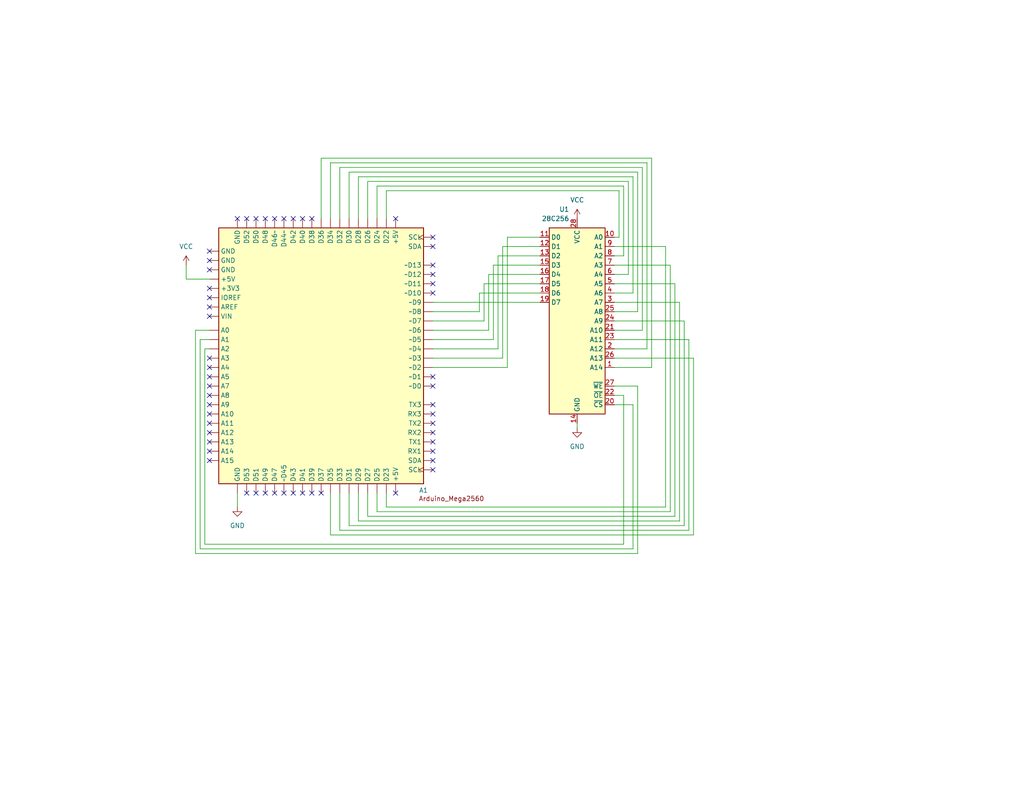
<source format=kicad_sch>
(kicad_sch (version 20250114) (generator "eeschema") (generator_version "9.0")
  (paper "USLetter")
  (title_block (title "TommyPROM 28C Mega2560") (date "2025-11-24") (rev "1.0"))
  (lib_symbols
    (symbol "Arduino_MCU:Arduino_Mega2560"
      (property "Reference" "A" (at 27.178 -50.038 0))
      (symbol "Arduino_Mega2560_0_1"
        (rectangle (start -27.94 21.59) (end 27.94 -48.26) (stroke (width 0.254)) (fill (type background)))
      )
      (symbol "Arduino_Mega2560_1_1"
        (text "Arduino_Mega2560" (at 35.56 -52.324 0) (effects (font (size 1.27 1.27))))
        (pin power_out line (at -30.48 15.24 0) (length 2.54) (name "GND") (number ""))
        (pin power_out line (at -30.48 12.7 0) (length 2.54) (name "GND") (number ""))
        (pin power_out line (at -30.48 10.16 0) (length 2.54) (name "GND") (number ""))
        (pin power_out line (at -30.48 7.62 0) (length 2.54) (name "+5V") (number ""))
        (pin power_out line (at -30.48 5.08 0) (length 2.54) (name "+3V3") (number ""))
        (pin output line (at -30.48 2.54 0) (length 2.54) (name "IOREF") (number ""))
        (pin power_in line (at -30.48 0 0) (length 2.54) (name "AREF") (number ""))
        (pin power_out line (at -30.48 -2.54 0) (length 2.54) (name "VIN") (number ""))
        (pin input line (at -30.48 -6.35 0) (length 2.54) (name "A0") (number ""))
        (pin input line (at -30.48 -8.89 0) (length 2.54) (name "A1") (number ""))
        (pin input line (at -30.48 -11.43 0) (length 2.54) (name "A2") (number ""))
        (pin input line (at -30.48 -13.97 0) (length 2.54) (name "A3") (number ""))
        (pin input line (at -30.48 -16.51 0) (length 2.54) (name "A4") (number ""))
        (pin input line (at -30.48 -19.05 0) (length 2.54) (name "A5") (number ""))
        (pin input line (at -30.48 -21.59 0) (length 2.54) (name "A7") (number ""))
        (pin input line (at -30.48 -24.13 0) (length 2.54) (name "A8") (number ""))
        (pin input line (at -30.48 -26.67 0) (length 2.54) (name "A9") (number ""))
        (pin input line (at -30.48 -29.21 0) (length 2.54) (name "A10") (number ""))
        (pin input line (at -30.48 -31.75 0) (length 2.54) (name "A11") (number ""))
        (pin input line (at -30.48 -34.29 0) (length 2.54) (name "A12") (number ""))
        (pin input line (at -30.48 -36.83 0) (length 2.54) (name "A13") (number ""))
        (pin input line (at -30.48 -39.37 0) (length 2.54) (name "A14") (number ""))
        (pin input line (at -30.48 -41.91 0) (length 2.54) (name "A15") (number ""))
        (pin power_out line (at -22.86 24.13 270) (length 2.54) (name "GND") (number ""))
        (pin power_out line (at -22.86 -50.8 90) (length 2.54) (name "GND") (number ""))
        (pin bidirectional line (at -20.32 24.13 270) (length 2.54) (name "D52") (number ""))
        (pin bidirectional line (at -20.32 -50.8 90) (length 2.54) (name "D53") (number ""))
        (pin bidirectional line (at -17.78 24.13 270) (length 2.54) (name "D50") (number ""))
        (pin bidirectional line (at -17.78 -50.8 90) (length 2.54) (name "D51") (number ""))
        (pin bidirectional line (at -15.24 24.13 270) (length 2.54) (name "D48") (number ""))
        (pin bidirectional line (at -15.24 -50.8 90) (length 2.54) (name "D49") (number ""))
        (pin bidirectional line (at -12.7 24.13 270) (length 2.54) (name "D46~") (number ""))
        (pin bidirectional line (at -12.7 -50.8 90) (length 2.54) (name "D47") (number ""))
        (pin bidirectional line (at -10.16 24.13 270) (length 2.54) (name "D44~") (number ""))
        (pin bidirectional line (at -10.16 -50.8 90) (length 2.54) (name "~D45") (number ""))
        (pin bidirectional line (at -7.62 24.13 270) (length 2.54) (name "D42") (number ""))
        (pin bidirectional line (at -7.62 -50.8 90) (length 2.54) (name "D43") (number ""))
        (pin bidirectional line (at -5.08 24.13 270) (length 2.54) (name "D40") (number ""))
        (pin bidirectional line (at -5.08 -50.8 90) (length 2.54) (name "D41") (number ""))
        (pin bidirectional line (at -2.54 24.13 270) (length 2.54) (name "D38") (number ""))
        (pin bidirectional line (at -2.54 -50.8 90) (length 2.54) (name "D39") (number ""))
        (pin bidirectional line (at 0 24.13 270) (length 2.54) (name "D36") (number ""))
        (pin bidirectional line (at 0 -50.8 90) (length 2.54) (name "D37") (number ""))
        (pin bidirectional line (at 2.54 24.13 270) (length 2.54) (name "D34") (number ""))
        (pin bidirectional line (at 2.54 -50.8 90) (length 2.54) (name "D35") (number ""))
        (pin bidirectional line (at 5.08 24.13 270) (length 2.54) (name "D32") (number ""))
        (pin bidirectional line (at 5.08 -50.8 90) (length 2.54) (name "D33") (number ""))
        (pin bidirectional line (at 7.62 24.13 270) (length 2.54) (name "D30") (number ""))
        (pin bidirectional line (at 7.62 -50.8 90) (length 2.54) (name "D31") (number ""))
        (pin bidirectional line (at 10.16 24.13 270) (length 2.54) (name "D28") (number ""))
        (pin bidirectional line (at 10.16 -50.8 90) (length 2.54) (name "D29") (number ""))
        (pin bidirectional line (at 12.7 24.13 270) (length 2.54) (name "D26") (number ""))
        (pin bidirectional line (at 12.7 -50.8 90) (length 2.54) (name "D27") (number ""))
        (pin bidirectional line (at 15.24 24.13 270) (length 2.54) (name "D24") (number ""))
        (pin bidirectional line (at 15.24 -50.8 90) (length 2.54) (name "D25") (number ""))
        (pin bidirectional line (at 17.78 24.13 270) (length 2.54) (name "D22") (number ""))
        (pin bidirectional line (at 17.78 -50.8 90) (length 2.54) (name "D23") (number ""))
        (pin power_out line (at 20.32 24.13 270) (length 2.54) (name "+5V") (number ""))
        (pin power_out line (at 20.32 -50.8 90) (length 2.54) (name "+5V") (number ""))
        (pin output clock (at 30.48 19.05 180) (length 2.54) (name "SCL") (number ""))
        (pin bidirectional line (at 30.48 16.51 180) (length 2.54) (name "SDA") (number ""))
        (pin bidirectional line (at 30.48 11.43 180) (length 2.54) (name "~D13") (number ""))
        (pin bidirectional line (at 30.48 8.89 180) (length 2.54) (name "~D12") (number ""))
        (pin bidirectional line (at 30.48 6.35 180) (length 2.54) (name "~D11") (number ""))
        (pin bidirectional line (at 30.48 3.81 180) (length 2.54) (name "~D10") (number ""))
        (pin bidirectional line (at 30.48 1.27 180) (length 2.54) (name "~D9") (number ""))
        (pin bidirectional line (at 30.48 -1.27 180) (length 2.54) (name "~D8") (number ""))
        (pin bidirectional line (at 30.48 -3.81 180) (length 2.54) (name "~D7") (number ""))
        (pin bidirectional line (at 30.48 -6.35 180) (length 2.54) (name "~D6") (number ""))
        (pin bidirectional line (at 30.48 -8.89 180) (length 2.54) (name "~D5") (number ""))
        (pin bidirectional line (at 30.48 -11.43 180) (length 2.54) (name "~D4") (number ""))
        (pin bidirectional line (at 30.48 -13.97 180) (length 2.54) (name "~D3") (number ""))
        (pin bidirectional line (at 30.48 -16.51 180) (length 2.54) (name "~D2") (number ""))
        (pin bidirectional line (at 30.48 -19.05 180) (length 2.54) (name "~D1") (number ""))
        (pin bidirectional line (at 30.48 -21.59 180) (length 2.54) (name "~D0") (number ""))
        (pin output line (at 30.48 -26.67 180) (length 2.54) (name "TX3") (number ""))
        (pin input line (at 30.48 -29.21 180) (length 2.54) (name "RX3") (number ""))
        (pin output line (at 30.48 -31.75 180) (length 2.54) (name "TX2") (number ""))
        (pin input line (at 30.48 -34.29 180) (length 2.54) (name "RX2") (number ""))
        (pin output line (at 30.48 -36.83 180) (length 2.54) (name "TX1") (number ""))
        (pin input line (at 30.48 -39.37 180) (length 2.54) (name "RX1") (number ""))
        (pin bidirectional line (at 30.48 -41.91 180) (length 2.54) (name "SDA") (number ""))
        (pin output clock (at 30.48 -44.45 180) (length 2.54) (name "SCL") (number ""))
      )
    )
    (symbol "Memory_EEPROM:28C256"
      (property "Reference" "U" (at -7.62 26.67 0))
      (property "Value" "28C256" (at 2.54 -26.67 0))
      (symbol "28C256_1_1"
        (rectangle (start -7.62 25.4) (end 7.62 -25.4) (stroke (width 0.254)) (fill (type background)))
        (pin input line (at -10.16 22.86 0) (length 2.54) (name "A0") (number "10"))
        (pin input line (at -10.16 20.32 0) (length 2.54) (name "A1") (number "9"))
        (pin input line (at -10.16 17.78 0) (length 2.54) (name "A2") (number "8"))
        (pin input line (at -10.16 15.24 0) (length 2.54) (name "A3") (number "7"))
        (pin input line (at -10.16 12.7 0) (length 2.54) (name "A4") (number "6"))
        (pin input line (at -10.16 10.16 0) (length 2.54) (name "A5") (number "5"))
        (pin input line (at -10.16 7.62 0) (length 2.54) (name "A6") (number "4"))
        (pin input line (at -10.16 5.08 0) (length 2.54) (name "A7") (number "3"))
        (pin input line (at -10.16 2.54 0) (length 2.54) (name "A8") (number "25"))
        (pin input line (at -10.16 0 0) (length 2.54) (name "A9") (number "24"))
        (pin input line (at -10.16 -2.54 0) (length 2.54) (name "A10") (number "21"))
        (pin input line (at -10.16 -5.08 0) (length 2.54) (name "A11") (number "23"))
        (pin input line (at -10.16 -7.62 0) (length 2.54) (name "A12") (number "2"))
        (pin input line (at -10.16 -10.16 0) (length 2.54) (name "A13") (number "26"))
        (pin input line (at -10.16 -12.7 0) (length 2.54) (name "A14") (number "1"))
        (pin input line (at -10.16 -17.78 0) (length 2.54) (name "~{WE}") (number "27"))
        (pin input line (at -10.16 -20.32 0) (length 2.54) (name "~{OE}") (number "22"))
        (pin input line (at -10.16 -22.86 0) (length 2.54) (name "~{CS}") (number "20"))
        (pin power_in line (at 0 27.94 270) (length 2.54) (name "VCC") (number "28"))
        (pin power_in line (at 0 -27.94 90) (length 2.54) (name "GND") (number "14"))
        (pin tri_state line (at 10.16 22.86 180) (length 2.54) (name "D0") (number "11"))
        (pin tri_state line (at 10.16 20.32 180) (length 2.54) (name "D1") (number "12"))
        (pin tri_state line (at 10.16 17.78 180) (length 2.54) (name "D2") (number "13"))
        (pin tri_state line (at 10.16 15.24 180) (length 2.54) (name "D3") (number "15"))
        (pin tri_state line (at 10.16 12.7 180) (length 2.54) (name "D4") (number "16"))
        (pin tri_state line (at 10.16 10.16 180) (length 2.54) (name "D5") (number "17"))
        (pin tri_state line (at 10.16 7.62 180) (length 2.54) (name "D6") (number "18"))
        (pin tri_state line (at 10.16 5.08 180) (length 2.54) (name "D7") (number "19"))
      )
    )
    (symbol "power:GND" (power) (pin_numbers (hide yes)) (pin_names (offset 0) (hide yes))
      (property "Value" "GND" (at 0 -3.81 0))
      (symbol "GND_0_1"
        (polyline (pts (xy 0 0) (xy 0 -1.27) (xy 1.27 -1.27) (xy 0 -2.54) (xy -1.27 -1.27) (xy 0 -1.27)))
      )
      (symbol "GND_1_1"
        (pin power_in line (at 0 0 270) (length 0) (name "~") (number "1"))
      )
    )
    (symbol "power:VCC" (power) (pin_numbers (hide yes)) (pin_names (offset 0) (hide yes))
      (property "Value" "VCC" (at 0 3.556 0))
      (symbol "VCC_0_1"
        (polyline (pts (xy -0.762 1.27) (xy 0 2.54)))
        (polyline (pts (xy 0 2.54) (xy 0.762 1.27)))
        (polyline (pts (xy 0 0) (xy 0 2.54)))
      )
      (symbol "VCC_1_1"
        (pin power_in line (at 0 0 90) (length 0) (name "~") (number "1"))
      )
    )
  )
  (no_connect (at 77.47 59.69))
  (no_connect (at 118.11 80.01))
  (no_connect (at 57.15 68.58))
  (no_connect (at 87.63 134.62))
  (no_connect (at 74.93 134.62))
  (no_connect (at 57.15 73.66))
  (no_connect (at 57.15 83.82))
  (no_connect (at 57.15 105.41))
  (no_connect (at 69.85 134.62))
  (no_connect (at 118.11 105.41))
  (no_connect (at 57.15 102.87))
  (no_connect (at 57.15 71.12))
  (no_connect (at 118.11 128.27))
  (no_connect (at 118.11 110.49))
  (no_connect (at 57.15 120.65))
  (no_connect (at 57.15 125.73))
  (no_connect (at 72.39 59.69))
  (no_connect (at 118.11 102.87))
  (no_connect (at 118.11 123.19))
  (no_connect (at 85.09 59.69))
  (no_connect (at 118.11 77.47))
  (no_connect (at 57.15 113.03))
  (no_connect (at 118.11 74.93))
  (no_connect (at 80.01 134.62))
  (no_connect (at 57.15 123.19))
  (no_connect (at 107.95 134.62))
  (no_connect (at 57.15 86.36))
  (no_connect (at 67.31 134.62))
  (no_connect (at 72.39 134.62))
  (no_connect (at 118.11 125.73))
  (no_connect (at 57.15 115.57))
  (no_connect (at 57.15 100.33))
  (no_connect (at 67.31 59.69))
  (no_connect (at 118.11 72.39))
  (no_connect (at 64.77 59.69))
  (no_connect (at 77.47 134.62))
  (no_connect (at 69.85 59.69))
  (no_connect (at 82.55 134.62))
  (no_connect (at 57.15 81.28))
  (no_connect (at 118.11 67.31))
  (no_connect (at 57.15 118.11))
  (no_connect (at 118.11 120.65))
  (no_connect (at 74.93 59.69))
  (no_connect (at 118.11 118.11))
  (no_connect (at 118.11 113.03))
  (no_connect (at 57.15 110.49))
  (no_connect (at 80.01 59.69))
  (no_connect (at 82.55 59.69))
  (no_connect (at 57.15 97.79))
  (no_connect (at 118.11 115.57))
  (no_connect (at 57.15 78.74))
  (no_connect (at 57.15 107.95))
  (no_connect (at 85.09 134.62))
  (no_connect (at 118.11 64.77))
  (no_connect (at 107.95 59.69))
  (wire (pts (xy 92.71 134.62) (xy 92.71 144.78)))
  (wire (pts (xy 118.11 95.25) (xy 135.89 95.25)))
  (wire (pts (xy 130.81 85.09) (xy 130.81 80.01)))
  (wire (pts (xy 95.25 143.51) (xy 186.69 143.51)))
  (wire (pts (xy 177.8 43.18) (xy 87.63 43.18)))
  (wire (pts (xy 138.43 64.77) (xy 147.32 64.77)))
  (wire (pts (xy 186.69 87.63) (xy 167.64 87.63)))
  (wire (pts (xy 182.88 139.7) (xy 102.87 139.7)))
  (wire (pts (xy 147.32 67.31) (xy 137.16 67.31)))
  (wire (pts (xy 100.33 59.69) (xy 100.33 49.53)))
  (wire (pts (xy 135.89 95.25) (xy 135.89 69.85)))
  (wire (pts (xy 118.11 85.09) (xy 130.81 85.09)))
  (wire (pts (xy 177.8 100.33) (xy 177.8 43.18)))
  (wire (pts (xy 137.16 67.31) (xy 137.16 97.79)))
  (wire (pts (xy 92.71 59.69) (xy 92.71 45.72)))
  (wire (pts (xy 50.8 76.2) (xy 50.8 72.39)))
  (wire (pts (xy 189.23 146.05) (xy 189.23 97.79)))
  (wire (pts (xy 118.11 87.63) (xy 132.08 87.63)))
  (wire (pts (xy 102.87 50.8) (xy 170.18 50.8)))
  (wire (pts (xy 172.72 110.49) (xy 167.64 110.49)))
  (wire (pts (xy 92.71 45.72) (xy 175.26 45.72)))
  (wire (pts (xy 135.89 69.85) (xy 147.32 69.85)))
  (wire (pts (xy 176.53 44.45) (xy 176.53 95.25)))
  (wire (pts (xy 95.25 59.69) (xy 95.25 46.99)))
  (wire (pts (xy 170.18 148.59) (xy 170.18 107.95)))
  (wire (pts (xy 134.62 72.39) (xy 147.32 72.39)))
  (wire (pts (xy 95.25 134.62) (xy 95.25 143.51)))
  (wire (pts (xy 97.79 48.26) (xy 172.72 48.26)))
  (wire (pts (xy 55.88 148.59) (xy 170.18 148.59)))
  (wire (pts (xy 170.18 107.95) (xy 167.64 107.95)))
  (wire (pts (xy 102.87 59.69) (xy 102.87 50.8)))
  (wire (pts (xy 185.42 142.24) (xy 97.79 142.24)))
  (wire (pts (xy 157.48 115.57) (xy 157.48 116.84)))
  (wire (pts (xy 100.33 134.62) (xy 100.33 140.97)))
  (wire (pts (xy 182.88 72.39) (xy 182.88 139.7)))
  (wire (pts (xy 130.81 80.01) (xy 147.32 80.01)))
  (wire (pts (xy 90.17 146.05) (xy 189.23 146.05)))
  (wire (pts (xy 57.15 90.17) (xy 53.34 90.17)))
  (wire (pts (xy 187.96 92.71) (xy 167.64 92.71)))
  (wire (pts (xy 97.79 59.69) (xy 97.79 48.26)))
  (wire (pts (xy 173.99 105.41) (xy 167.64 105.41)))
  (wire (pts (xy 87.63 43.18) (xy 87.63 59.69)))
  (wire (pts (xy 53.34 90.17) (xy 53.34 151.13)))
  (wire (pts (xy 57.15 76.2) (xy 50.8 76.2)))
  (wire (pts (xy 105.41 134.62) (xy 105.41 138.43)))
  (wire (pts (xy 171.45 49.53) (xy 171.45 74.93)))
  (wire (pts (xy 187.96 144.78) (xy 187.96 92.71)))
  (wire (pts (xy 167.64 74.93) (xy 171.45 74.93)))
  (wire (pts (xy 167.64 100.33) (xy 177.8 100.33)))
  (wire (pts (xy 181.61 67.31) (xy 167.64 67.31)))
  (wire (pts (xy 184.15 77.47) (xy 167.64 77.47)))
  (wire (pts (xy 168.91 52.07) (xy 168.91 64.77)))
  (wire (pts (xy 54.61 149.86) (xy 172.72 149.86)))
  (wire (pts (xy 55.88 95.25) (xy 55.88 148.59)))
  (wire (pts (xy 90.17 134.62) (xy 90.17 146.05)))
  (wire (pts (xy 118.11 92.71) (xy 134.62 92.71)))
  (wire (pts (xy 105.41 52.07) (xy 168.91 52.07)))
  (wire (pts (xy 186.69 143.51) (xy 186.69 87.63)))
  (wire (pts (xy 118.11 90.17) (xy 133.35 90.17)))
  (wire (pts (xy 172.72 80.01) (xy 167.64 80.01)))
  (wire (pts (xy 184.15 140.97) (xy 184.15 77.47)))
  (wire (pts (xy 90.17 59.69) (xy 90.17 44.45)))
  (wire (pts (xy 189.23 97.79) (xy 167.64 97.79)))
  (wire (pts (xy 100.33 140.97) (xy 184.15 140.97)))
  (wire (pts (xy 102.87 139.7) (xy 102.87 134.62)))
  (wire (pts (xy 92.71 144.78) (xy 187.96 144.78)))
  (wire (pts (xy 95.25 46.99) (xy 173.99 46.99)))
  (wire (pts (xy 167.64 72.39) (xy 182.88 72.39)))
  (wire (pts (xy 170.18 69.85) (xy 167.64 69.85)))
  (wire (pts (xy 137.16 97.79) (xy 118.11 97.79)))
  (wire (pts (xy 105.41 59.69) (xy 105.41 52.07)))
  (wire (pts (xy 57.15 95.25) (xy 55.88 95.25)))
  (wire (pts (xy 167.64 64.77) (xy 168.91 64.77)))
  (wire (pts (xy 132.08 87.63) (xy 132.08 77.47)))
  (wire (pts (xy 173.99 46.99) (xy 173.99 85.09)))
  (wire (pts (xy 175.26 45.72) (xy 175.26 90.17)))
  (wire (pts (xy 185.42 82.55) (xy 185.42 142.24)))
  (wire (pts (xy 53.34 151.13) (xy 173.99 151.13)))
  (wire (pts (xy 175.26 90.17) (xy 167.64 90.17)))
  (wire (pts (xy 133.35 90.17) (xy 133.35 74.93)))
  (wire (pts (xy 97.79 142.24) (xy 97.79 134.62)))
  (wire (pts (xy 133.35 74.93) (xy 147.32 74.93)))
  (wire (pts (xy 64.77 134.62) (xy 64.77 138.43)))
  (wire (pts (xy 172.72 149.86) (xy 172.72 110.49)))
  (wire (pts (xy 173.99 151.13) (xy 173.99 105.41)))
  (wire (pts (xy 132.08 77.47) (xy 147.32 77.47)))
  (wire (pts (xy 118.11 82.55) (xy 147.32 82.55)))
  (wire (pts (xy 134.62 92.71) (xy 134.62 72.39)))
  (wire (pts (xy 100.33 49.53) (xy 171.45 49.53)))
  (wire (pts (xy 90.17 44.45) (xy 176.53 44.45)))
  (wire (pts (xy 173.99 85.09) (xy 167.64 85.09)))
  (wire (pts (xy 181.61 138.43) (xy 181.61 67.31)))
  (wire (pts (xy 118.11 100.33) (xy 138.43 100.33)))
  (wire (pts (xy 170.18 50.8) (xy 170.18 69.85)))
  (wire (pts (xy 57.15 92.71) (xy 54.61 92.71)))
  (wire (pts (xy 105.41 138.43) (xy 181.61 138.43)))
  (wire (pts (xy 138.43 100.33) (xy 138.43 64.77)))
  (wire (pts (xy 176.53 95.25) (xy 167.64 95.25)))
  (wire (pts (xy 172.72 48.26) (xy 172.72 80.01)))
  (wire (pts (xy 167.64 82.55) (xy 185.42 82.55)))
  (wire (pts (xy 54.61 92.71) (xy 54.61 149.86)))
  (symbol (lib_id "Arduino_MCU:Arduino_Mega2560") (at 87.63 83.82 0) (unit 1)
    (property "Reference" "A1" (at 114.3 133.858 0) (effects (justify left)))
  )
  (symbol (lib_id "power:VCC") (at 50.8 72.39 0) (unit 1)
    (property "Reference" "#PWR02" (effects (hide yes)))
    (property "Value" "VCC" (at 50.8 67.31 0))
    (property "Description" "Power symbol creates a global label with name \"VCC\"" (effects (hide yes)))
  )
  (symbol (lib_id "power:VCC") (at 157.48 59.69 0) (unit 1)
    (property "Reference" "#PWR03" (effects (hide yes)))
    (property "Value" "VCC" (at 157.48 54.61 0))
    (property "Description" "Power symbol creates a global label with name \"VCC\"" (effects (hide yes)))
  )
  (symbol (lib_id "Memory_EEPROM:28C256") (at 157.48 87.63 0) (mirror y) (unit 1)
    (property "Reference" "U1" (at 155.3367 57.15 0) (effects (justify left)))
    (property "Value" "28C256" (at 155.3367 59.69 0) (effects (justify left)))
    (property "Datasheet" "http://ww1.microchip.com/downloads/en/DeviceDoc/doc0006.pdf" (effects (hide yes)))
    (property "Description" "Paged Parallel EEPROM 256Kb (32K x 8), DIP-28/SOIC-28" (effects (hide yes)))
  )
  (symbol (lib_id "power:GND") (at 157.48 116.84 0) (unit 1)
    (property "Reference" "#PWR04" (effects (hide yes)))
    (property "Value" "GND" (at 157.48 121.92 0))
    (property "Description" "Power symbol creates a global label with name \"GND\" , ground" (effects (hide yes)))
  )
  (symbol (lib_id "power:GND") (at 64.77 138.43 0) (unit 1)
    (property "Reference" "#PWR01" (effects (hide yes)))
    (property "Value" "GND" (at 64.77 143.51 0))
    (property "Description" "Power symbol creates a global label with name \"GND\" , ground" (effects (hide yes)))
  )
)
</source>
